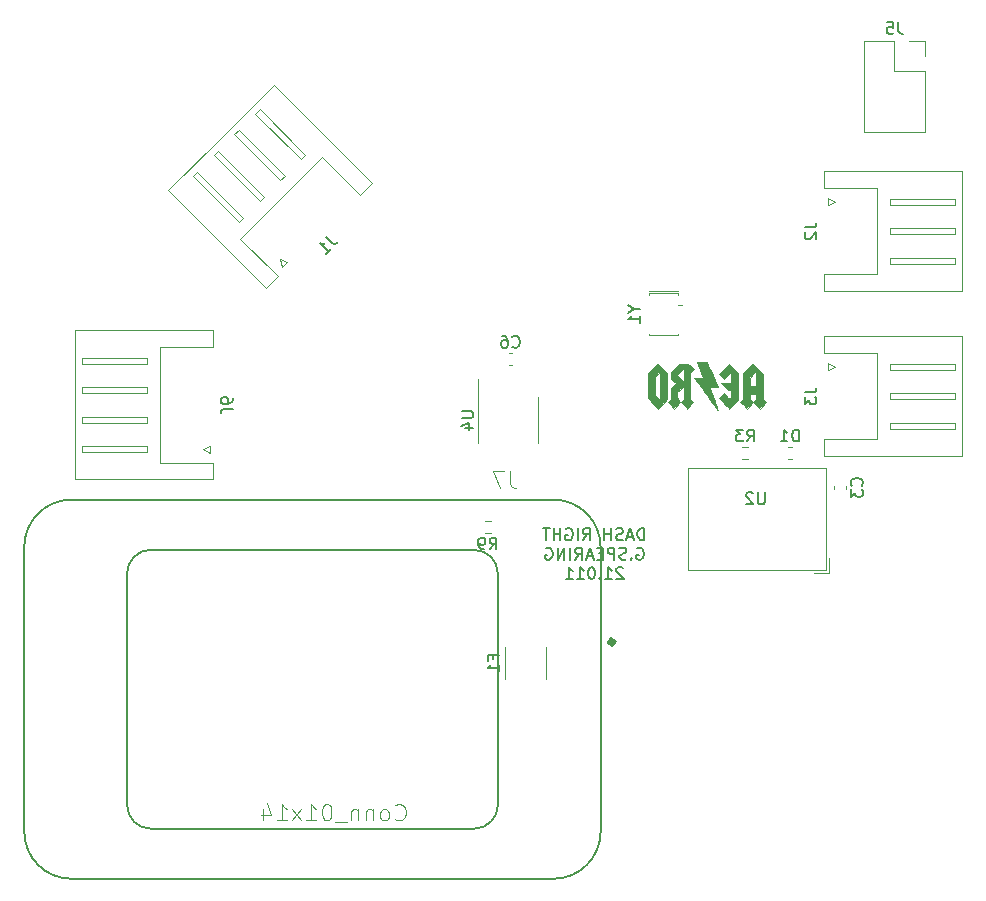
<source format=gbr>
G04 #@! TF.GenerationSoftware,KiCad,Pcbnew,5.1.7-a382d34a8~88~ubuntu18.04.1*
G04 #@! TF.CreationDate,2021-02-25T09:37:14-05:00*
G04 #@! TF.ProjectId,Dash_Right,44617368-5f52-4696-9768-742e6b696361,rev?*
G04 #@! TF.SameCoordinates,Original*
G04 #@! TF.FileFunction,Legend,Bot*
G04 #@! TF.FilePolarity,Positive*
%FSLAX46Y46*%
G04 Gerber Fmt 4.6, Leading zero omitted, Abs format (unit mm)*
G04 Created by KiCad (PCBNEW 5.1.7-a382d34a8~88~ubuntu18.04.1) date 2021-02-25 09:37:14*
%MOMM*%
%LPD*%
G01*
G04 APERTURE LIST*
%ADD10C,0.150000*%
%ADD11C,0.010000*%
%ADD12C,0.500000*%
%ADD13C,0.127000*%
%ADD14C,0.120000*%
%ADD15C,0.050000*%
G04 APERTURE END LIST*
D10*
X179474285Y-98116380D02*
X179474285Y-97116380D01*
X179236190Y-97116380D01*
X179093333Y-97164000D01*
X178998095Y-97259238D01*
X178950476Y-97354476D01*
X178902857Y-97544952D01*
X178902857Y-97687809D01*
X178950476Y-97878285D01*
X178998095Y-97973523D01*
X179093333Y-98068761D01*
X179236190Y-98116380D01*
X179474285Y-98116380D01*
X178521904Y-97830666D02*
X178045714Y-97830666D01*
X178617142Y-98116380D02*
X178283809Y-97116380D01*
X177950476Y-98116380D01*
X177664761Y-98068761D02*
X177521904Y-98116380D01*
X177283809Y-98116380D01*
X177188571Y-98068761D01*
X177140952Y-98021142D01*
X177093333Y-97925904D01*
X177093333Y-97830666D01*
X177140952Y-97735428D01*
X177188571Y-97687809D01*
X177283809Y-97640190D01*
X177474285Y-97592571D01*
X177569523Y-97544952D01*
X177617142Y-97497333D01*
X177664761Y-97402095D01*
X177664761Y-97306857D01*
X177617142Y-97211619D01*
X177569523Y-97164000D01*
X177474285Y-97116380D01*
X177236190Y-97116380D01*
X177093333Y-97164000D01*
X176664761Y-98116380D02*
X176664761Y-97116380D01*
X176664761Y-97592571D02*
X176093333Y-97592571D01*
X176093333Y-98116380D02*
X176093333Y-97116380D01*
X174283809Y-98116380D02*
X174617142Y-97640190D01*
X174855238Y-98116380D02*
X174855238Y-97116380D01*
X174474285Y-97116380D01*
X174379047Y-97164000D01*
X174331428Y-97211619D01*
X174283809Y-97306857D01*
X174283809Y-97449714D01*
X174331428Y-97544952D01*
X174379047Y-97592571D01*
X174474285Y-97640190D01*
X174855238Y-97640190D01*
X173855238Y-98116380D02*
X173855238Y-97116380D01*
X172855238Y-97164000D02*
X172950476Y-97116380D01*
X173093333Y-97116380D01*
X173236190Y-97164000D01*
X173331428Y-97259238D01*
X173379047Y-97354476D01*
X173426666Y-97544952D01*
X173426666Y-97687809D01*
X173379047Y-97878285D01*
X173331428Y-97973523D01*
X173236190Y-98068761D01*
X173093333Y-98116380D01*
X172998095Y-98116380D01*
X172855238Y-98068761D01*
X172807619Y-98021142D01*
X172807619Y-97687809D01*
X172998095Y-97687809D01*
X172379047Y-98116380D02*
X172379047Y-97116380D01*
X172379047Y-97592571D02*
X171807619Y-97592571D01*
X171807619Y-98116380D02*
X171807619Y-97116380D01*
X171474285Y-97116380D02*
X170902857Y-97116380D01*
X171188571Y-98116380D02*
X171188571Y-97116380D01*
X178855238Y-98814000D02*
X178950476Y-98766380D01*
X179093333Y-98766380D01*
X179236190Y-98814000D01*
X179331428Y-98909238D01*
X179379047Y-99004476D01*
X179426666Y-99194952D01*
X179426666Y-99337809D01*
X179379047Y-99528285D01*
X179331428Y-99623523D01*
X179236190Y-99718761D01*
X179093333Y-99766380D01*
X178998095Y-99766380D01*
X178855238Y-99718761D01*
X178807619Y-99671142D01*
X178807619Y-99337809D01*
X178998095Y-99337809D01*
X178379047Y-99671142D02*
X178331428Y-99718761D01*
X178379047Y-99766380D01*
X178426666Y-99718761D01*
X178379047Y-99671142D01*
X178379047Y-99766380D01*
X177950476Y-99718761D02*
X177807619Y-99766380D01*
X177569523Y-99766380D01*
X177474285Y-99718761D01*
X177426666Y-99671142D01*
X177379047Y-99575904D01*
X177379047Y-99480666D01*
X177426666Y-99385428D01*
X177474285Y-99337809D01*
X177569523Y-99290190D01*
X177760000Y-99242571D01*
X177855238Y-99194952D01*
X177902857Y-99147333D01*
X177950476Y-99052095D01*
X177950476Y-98956857D01*
X177902857Y-98861619D01*
X177855238Y-98814000D01*
X177760000Y-98766380D01*
X177521904Y-98766380D01*
X177379047Y-98814000D01*
X176950476Y-99766380D02*
X176950476Y-98766380D01*
X176569523Y-98766380D01*
X176474285Y-98814000D01*
X176426666Y-98861619D01*
X176379047Y-98956857D01*
X176379047Y-99099714D01*
X176426666Y-99194952D01*
X176474285Y-99242571D01*
X176569523Y-99290190D01*
X176950476Y-99290190D01*
X175950476Y-99242571D02*
X175617142Y-99242571D01*
X175474285Y-99766380D02*
X175950476Y-99766380D01*
X175950476Y-98766380D01*
X175474285Y-98766380D01*
X175093333Y-99480666D02*
X174617142Y-99480666D01*
X175188571Y-99766380D02*
X174855238Y-98766380D01*
X174521904Y-99766380D01*
X173617142Y-99766380D02*
X173950476Y-99290190D01*
X174188571Y-99766380D02*
X174188571Y-98766380D01*
X173807619Y-98766380D01*
X173712380Y-98814000D01*
X173664761Y-98861619D01*
X173617142Y-98956857D01*
X173617142Y-99099714D01*
X173664761Y-99194952D01*
X173712380Y-99242571D01*
X173807619Y-99290190D01*
X174188571Y-99290190D01*
X173188571Y-99766380D02*
X173188571Y-98766380D01*
X172712380Y-99766380D02*
X172712380Y-98766380D01*
X172140952Y-99766380D01*
X172140952Y-98766380D01*
X171140952Y-98814000D02*
X171236190Y-98766380D01*
X171379047Y-98766380D01*
X171521904Y-98814000D01*
X171617142Y-98909238D01*
X171664761Y-99004476D01*
X171712380Y-99194952D01*
X171712380Y-99337809D01*
X171664761Y-99528285D01*
X171617142Y-99623523D01*
X171521904Y-99718761D01*
X171379047Y-99766380D01*
X171283809Y-99766380D01*
X171140952Y-99718761D01*
X171093333Y-99671142D01*
X171093333Y-99337809D01*
X171283809Y-99337809D01*
X177688571Y-100511619D02*
X177640952Y-100464000D01*
X177545714Y-100416380D01*
X177307619Y-100416380D01*
X177212380Y-100464000D01*
X177164761Y-100511619D01*
X177117142Y-100606857D01*
X177117142Y-100702095D01*
X177164761Y-100844952D01*
X177736190Y-101416380D01*
X177117142Y-101416380D01*
X176164761Y-101416380D02*
X176736190Y-101416380D01*
X176450476Y-101416380D02*
X176450476Y-100416380D01*
X176545714Y-100559238D01*
X176640952Y-100654476D01*
X176736190Y-100702095D01*
X175736190Y-101321142D02*
X175688571Y-101368761D01*
X175736190Y-101416380D01*
X175783809Y-101368761D01*
X175736190Y-101321142D01*
X175736190Y-101416380D01*
X175069523Y-100416380D02*
X174974285Y-100416380D01*
X174879047Y-100464000D01*
X174831428Y-100511619D01*
X174783809Y-100606857D01*
X174736190Y-100797333D01*
X174736190Y-101035428D01*
X174783809Y-101225904D01*
X174831428Y-101321142D01*
X174879047Y-101368761D01*
X174974285Y-101416380D01*
X175069523Y-101416380D01*
X175164761Y-101368761D01*
X175212380Y-101321142D01*
X175260000Y-101225904D01*
X175307619Y-101035428D01*
X175307619Y-100797333D01*
X175260000Y-100606857D01*
X175212380Y-100511619D01*
X175164761Y-100464000D01*
X175069523Y-100416380D01*
X173783809Y-101416380D02*
X174355238Y-101416380D01*
X174069523Y-101416380D02*
X174069523Y-100416380D01*
X174164761Y-100559238D01*
X174260000Y-100654476D01*
X174355238Y-100702095D01*
X172831428Y-101416380D02*
X173402857Y-101416380D01*
X173117142Y-101416380D02*
X173117142Y-100416380D01*
X173212380Y-100559238D01*
X173307619Y-100654476D01*
X173402857Y-100702095D01*
D11*
G36*
X184190779Y-83715138D02*
G01*
X184430032Y-84367615D01*
X184067941Y-84367615D01*
X183931356Y-84367894D01*
X183835317Y-84369236D01*
X183773767Y-84372399D01*
X183740648Y-84378143D01*
X183729902Y-84387225D01*
X183735471Y-84400403D01*
X183742150Y-84408394D01*
X183760801Y-84432919D01*
X183803904Y-84491574D01*
X183868760Y-84580611D01*
X183952670Y-84696280D01*
X184052939Y-84834830D01*
X184166866Y-84992511D01*
X184291754Y-85165575D01*
X184424906Y-85350270D01*
X184563622Y-85542846D01*
X184705206Y-85739555D01*
X184846959Y-85936645D01*
X184986183Y-86130368D01*
X185120180Y-86316972D01*
X185246252Y-86492708D01*
X185361701Y-86653827D01*
X185463830Y-86796578D01*
X185549939Y-86917211D01*
X185617331Y-87011976D01*
X185663309Y-87077123D01*
X185685173Y-87108903D01*
X185685652Y-87109655D01*
X185683812Y-87097273D01*
X185667983Y-87045011D01*
X185639541Y-86956990D01*
X185599862Y-86837330D01*
X185550324Y-86690151D01*
X185492302Y-86519575D01*
X185427173Y-86329720D01*
X185365239Y-86150454D01*
X185294049Y-85944915D01*
X185227772Y-85753314D01*
X185167925Y-85580054D01*
X185116024Y-85429540D01*
X185073589Y-85306175D01*
X185042135Y-85214363D01*
X185023180Y-85158509D01*
X185018027Y-85142610D01*
X185039981Y-85140511D01*
X185100447Y-85138732D01*
X185191333Y-85137414D01*
X185304545Y-85136696D01*
X185364325Y-85136605D01*
X185710622Y-85136605D01*
X185450354Y-84548211D01*
X185368068Y-84362004D01*
X185279257Y-84160723D01*
X185189488Y-83957005D01*
X185104327Y-83763484D01*
X185029339Y-83592798D01*
X184993576Y-83511238D01*
X184797066Y-83062661D01*
X183951527Y-83062661D01*
X184190779Y-83715138D01*
G37*
X184190779Y-83715138D02*
X184430032Y-84367615D01*
X184067941Y-84367615D01*
X183931356Y-84367894D01*
X183835317Y-84369236D01*
X183773767Y-84372399D01*
X183740648Y-84378143D01*
X183729902Y-84387225D01*
X183735471Y-84400403D01*
X183742150Y-84408394D01*
X183760801Y-84432919D01*
X183803904Y-84491574D01*
X183868760Y-84580611D01*
X183952670Y-84696280D01*
X184052939Y-84834830D01*
X184166866Y-84992511D01*
X184291754Y-85165575D01*
X184424906Y-85350270D01*
X184563622Y-85542846D01*
X184705206Y-85739555D01*
X184846959Y-85936645D01*
X184986183Y-86130368D01*
X185120180Y-86316972D01*
X185246252Y-86492708D01*
X185361701Y-86653827D01*
X185463830Y-86796578D01*
X185549939Y-86917211D01*
X185617331Y-87011976D01*
X185663309Y-87077123D01*
X185685173Y-87108903D01*
X185685652Y-87109655D01*
X185683812Y-87097273D01*
X185667983Y-87045011D01*
X185639541Y-86956990D01*
X185599862Y-86837330D01*
X185550324Y-86690151D01*
X185492302Y-86519575D01*
X185427173Y-86329720D01*
X185365239Y-86150454D01*
X185294049Y-85944915D01*
X185227772Y-85753314D01*
X185167925Y-85580054D01*
X185116024Y-85429540D01*
X185073589Y-85306175D01*
X185042135Y-85214363D01*
X185023180Y-85158509D01*
X185018027Y-85142610D01*
X185039981Y-85140511D01*
X185100447Y-85138732D01*
X185191333Y-85137414D01*
X185304545Y-85136696D01*
X185364325Y-85136605D01*
X185710622Y-85136605D01*
X185450354Y-84548211D01*
X185368068Y-84362004D01*
X185279257Y-84160723D01*
X185189488Y-83957005D01*
X185104327Y-83763484D01*
X185029339Y-83592798D01*
X184993576Y-83511238D01*
X184797066Y-83062661D01*
X183951527Y-83062661D01*
X184190779Y-83715138D01*
G36*
X188262698Y-83581377D02*
G01*
X187860963Y-83983605D01*
X187860963Y-86195415D01*
X187739085Y-86318826D01*
X187617208Y-86442236D01*
X187884980Y-86710008D01*
X188152752Y-86977779D01*
X188687032Y-86441979D01*
X188443532Y-86195415D01*
X188443532Y-85719174D01*
X188956192Y-85719174D01*
X188956192Y-86195415D01*
X188834315Y-86318826D01*
X188712437Y-86442236D01*
X188980209Y-86710008D01*
X189247981Y-86977779D01*
X189782261Y-86441979D01*
X189538761Y-86195415D01*
X189538761Y-85113303D01*
X188956192Y-85113303D01*
X188443532Y-85113303D01*
X188443532Y-84354668D01*
X188698681Y-84087334D01*
X188953831Y-83820000D01*
X188955011Y-84466651D01*
X188956192Y-85113303D01*
X189538761Y-85113303D01*
X189538761Y-84052567D01*
X189101597Y-83615858D01*
X188664434Y-83179149D01*
X188262698Y-83581377D01*
G37*
X188262698Y-83581377D02*
X187860963Y-83983605D01*
X187860963Y-86195415D01*
X187739085Y-86318826D01*
X187617208Y-86442236D01*
X187884980Y-86710008D01*
X188152752Y-86977779D01*
X188687032Y-86441979D01*
X188443532Y-86195415D01*
X188443532Y-85719174D01*
X188956192Y-85719174D01*
X188956192Y-86195415D01*
X188834315Y-86318826D01*
X188712437Y-86442236D01*
X188980209Y-86710008D01*
X189247981Y-86977779D01*
X189782261Y-86441979D01*
X189538761Y-86195415D01*
X189538761Y-85113303D01*
X188956192Y-85113303D01*
X188443532Y-85113303D01*
X188443532Y-84354668D01*
X188698681Y-84087334D01*
X188953831Y-83820000D01*
X188955011Y-84466651D01*
X188956192Y-85113303D01*
X189538761Y-85113303D01*
X189538761Y-84052567D01*
X189101597Y-83615858D01*
X188664434Y-83179149D01*
X188262698Y-83581377D01*
G36*
X186201608Y-83615140D02*
G01*
X185776063Y-84041151D01*
X185996710Y-84262719D01*
X186217356Y-84484287D01*
X186858944Y-83843927D01*
X186858944Y-84812316D01*
X185974008Y-84798716D01*
X186258833Y-85084174D01*
X186543658Y-85369633D01*
X186858944Y-85369633D01*
X186858944Y-86043041D01*
X186775882Y-86106396D01*
X186692820Y-86169750D01*
X186217564Y-85696112D01*
X185797120Y-86116556D01*
X186229776Y-86547039D01*
X186346006Y-86662280D01*
X186451275Y-86765877D01*
X186541130Y-86853512D01*
X186611120Y-86920866D01*
X186656792Y-86963621D01*
X186673568Y-86977523D01*
X186692491Y-86961751D01*
X186739481Y-86917522D01*
X186809781Y-86849462D01*
X186898633Y-86762199D01*
X187001280Y-86660361D01*
X187063108Y-86598596D01*
X187441513Y-86219669D01*
X187441513Y-84008062D01*
X187034333Y-83598596D01*
X186627152Y-83189129D01*
X186201608Y-83615140D01*
G37*
X186201608Y-83615140D02*
X185776063Y-84041151D01*
X185996710Y-84262719D01*
X186217356Y-84484287D01*
X186858944Y-83843927D01*
X186858944Y-84812316D01*
X185974008Y-84798716D01*
X186258833Y-85084174D01*
X186543658Y-85369633D01*
X186858944Y-85369633D01*
X186858944Y-86043041D01*
X186775882Y-86106396D01*
X186692820Y-86169750D01*
X186217564Y-85696112D01*
X185797120Y-86116556D01*
X186229776Y-86547039D01*
X186346006Y-86662280D01*
X186451275Y-86765877D01*
X186541130Y-86853512D01*
X186611120Y-86920866D01*
X186656792Y-86963621D01*
X186673568Y-86977523D01*
X186692491Y-86961751D01*
X186739481Y-86917522D01*
X186809781Y-86849462D01*
X186898633Y-86762199D01*
X187001280Y-86660361D01*
X187063108Y-86598596D01*
X187441513Y-86219669D01*
X187441513Y-84008062D01*
X187034333Y-83598596D01*
X186627152Y-83189129D01*
X186201608Y-83615140D01*
G36*
X181732339Y-83843886D02*
G01*
X181732339Y-84448252D01*
X182139191Y-84856998D01*
X181924114Y-85072974D01*
X181709036Y-85288949D01*
X181709036Y-86195415D01*
X181587159Y-86318826D01*
X181465281Y-86442236D01*
X181733053Y-86710008D01*
X182000825Y-86977779D01*
X182523535Y-86453211D01*
X182293623Y-86196881D01*
X182292614Y-85893547D01*
X182291605Y-85590214D01*
X182547935Y-85334679D01*
X182804266Y-85079143D01*
X182804266Y-86221935D01*
X182687495Y-86336951D01*
X182570724Y-86451966D01*
X182832757Y-86714744D01*
X182922591Y-86803933D01*
X183001075Y-86880151D01*
X183062318Y-86937811D01*
X183100424Y-86971323D01*
X183109856Y-86977523D01*
X183130267Y-86961520D01*
X183176859Y-86917324D01*
X183243844Y-86850657D01*
X183325434Y-86767241D01*
X183379949Y-86710528D01*
X183634977Y-86443533D01*
X183510906Y-86321003D01*
X183386834Y-86198473D01*
X183386834Y-84775184D01*
X182850871Y-84775184D01*
X182553875Y-84478188D01*
X182256879Y-84181193D01*
X182850871Y-83587201D01*
X182850871Y-84775184D01*
X183386834Y-84775184D01*
X183386834Y-83914562D01*
X183520241Y-83779749D01*
X183653648Y-83644935D01*
X183421642Y-83412055D01*
X183189635Y-83179174D01*
X182395865Y-83179174D01*
X181732339Y-83843886D01*
G37*
X181732339Y-83843886D02*
X181732339Y-84448252D01*
X182139191Y-84856998D01*
X181924114Y-85072974D01*
X181709036Y-85288949D01*
X181709036Y-86195415D01*
X181587159Y-86318826D01*
X181465281Y-86442236D01*
X181733053Y-86710008D01*
X182000825Y-86977779D01*
X182523535Y-86453211D01*
X182293623Y-86196881D01*
X182292614Y-85893547D01*
X182291605Y-85590214D01*
X182547935Y-85334679D01*
X182804266Y-85079143D01*
X182804266Y-86221935D01*
X182687495Y-86336951D01*
X182570724Y-86451966D01*
X182832757Y-86714744D01*
X182922591Y-86803933D01*
X183001075Y-86880151D01*
X183062318Y-86937811D01*
X183100424Y-86971323D01*
X183109856Y-86977523D01*
X183130267Y-86961520D01*
X183176859Y-86917324D01*
X183243844Y-86850657D01*
X183325434Y-86767241D01*
X183379949Y-86710528D01*
X183634977Y-86443533D01*
X183510906Y-86321003D01*
X183386834Y-86198473D01*
X183386834Y-84775184D01*
X182850871Y-84775184D01*
X182553875Y-84478188D01*
X182256879Y-84181193D01*
X182850871Y-83587201D01*
X182850871Y-84775184D01*
X183386834Y-84775184D01*
X183386834Y-83914562D01*
X183520241Y-83779749D01*
X183653648Y-83644935D01*
X183421642Y-83412055D01*
X183189635Y-83179174D01*
X182395865Y-83179174D01*
X181732339Y-83843886D01*
G36*
X180194354Y-83586976D02*
G01*
X179774908Y-84005936D01*
X179774908Y-86104130D01*
X180649242Y-86977556D01*
X181039323Y-86586968D01*
X181429403Y-86196381D01*
X181429403Y-86008240D01*
X180846834Y-86008240D01*
X180772027Y-86085422D01*
X180697219Y-86162604D01*
X180538999Y-86005597D01*
X180380779Y-85848589D01*
X180380779Y-84285181D01*
X180613807Y-84053027D01*
X180846834Y-83820874D01*
X180846834Y-86008240D01*
X181429403Y-86008240D01*
X181429403Y-83982620D01*
X181021602Y-83575318D01*
X180613800Y-83168015D01*
X180194354Y-83586976D01*
G37*
X180194354Y-83586976D02*
X179774908Y-84005936D01*
X179774908Y-86104130D01*
X180649242Y-86977556D01*
X181039323Y-86586968D01*
X181429403Y-86196381D01*
X181429403Y-86008240D01*
X180846834Y-86008240D01*
X180772027Y-86085422D01*
X180697219Y-86162604D01*
X180538999Y-86005597D01*
X180380779Y-85848589D01*
X180380779Y-84285181D01*
X180613807Y-84053027D01*
X180846834Y-83820874D01*
X180846834Y-86008240D01*
X181429403Y-86008240D01*
X181429403Y-83982620D01*
X181021602Y-83575318D01*
X180613800Y-83168015D01*
X180194354Y-83586976D01*
D12*
X176892000Y-106744000D02*
G75*
G03*
X176892000Y-106744000I-175000J0D01*
G01*
D13*
X126984000Y-98694000D02*
X126984000Y-122794000D01*
X171784000Y-94694000D02*
X130984000Y-94694000D01*
X175784000Y-122794000D02*
X175784000Y-98694000D01*
X130984000Y-126794000D02*
X171784000Y-126794000D01*
X137684000Y-122544000D02*
X165084000Y-122544000D01*
X135684000Y-100944000D02*
X135684000Y-120544000D01*
X165084000Y-98944000D02*
X137684000Y-98944000D01*
X167084000Y-120544000D02*
X167084000Y-100944000D01*
X126984000Y-122794000D02*
G75*
G03*
X130984000Y-126794000I4000000J0D01*
G01*
X130984000Y-94694000D02*
G75*
G03*
X126984000Y-98694000I0J-4000000D01*
G01*
X175784000Y-98694000D02*
G75*
G03*
X171784000Y-94694000I-4000000J0D01*
G01*
X171784000Y-126794000D02*
G75*
G03*
X175784000Y-122794000I0J4000000D01*
G01*
X165084000Y-122544000D02*
G75*
G03*
X167084000Y-120544000I0J2000000D01*
G01*
X135684000Y-120544000D02*
G75*
G03*
X137684000Y-122544000I2000000J0D01*
G01*
X137684000Y-98944000D02*
G75*
G03*
X135684000Y-100944000I0J-2000000D01*
G01*
X167084000Y-100944000D02*
G75*
G03*
X165084000Y-98944000I-2000000J0D01*
G01*
D14*
X203260000Y-55820000D02*
X201930000Y-55820000D01*
X203260000Y-57150000D02*
X203260000Y-55820000D01*
X200660000Y-55820000D02*
X198060000Y-55820000D01*
X200660000Y-58420000D02*
X200660000Y-55820000D01*
X203260000Y-58420000D02*
X200660000Y-58420000D01*
X198060000Y-55820000D02*
X198060000Y-63560000D01*
X203260000Y-58420000D02*
X203260000Y-63560000D01*
X203260000Y-63560000D02*
X198060000Y-63560000D01*
X165397500Y-87947500D02*
X165397500Y-84497500D01*
X165397500Y-87947500D02*
X165397500Y-89897500D01*
X170517500Y-87947500D02*
X170517500Y-85997500D01*
X170517500Y-87947500D02*
X170517500Y-89897500D01*
X179902000Y-80794000D02*
X179902000Y-80644000D01*
X182302000Y-80794000D02*
X182302000Y-80644000D01*
X182302000Y-78244000D02*
X182302000Y-78194000D01*
X182302000Y-77194000D02*
X182302000Y-77344000D01*
X179902000Y-77194000D02*
X179902000Y-77344000D01*
X181902000Y-76994000D02*
X182302000Y-76994000D01*
X181902000Y-77194000D02*
X182302000Y-77194000D01*
X181902000Y-80794000D02*
X182302000Y-80794000D01*
X179902000Y-76994000D02*
X181902000Y-76994000D01*
X182302000Y-78244000D02*
X182702000Y-78244000D01*
X181902000Y-77194000D02*
X179902000Y-77194000D01*
X179902000Y-80794000D02*
X181902000Y-80794000D01*
X195127000Y-100915500D02*
X193887000Y-100915500D01*
X195127000Y-99675500D02*
X195127000Y-100915500D01*
X183166000Y-92055500D02*
X183166000Y-100675500D01*
X194887000Y-92055500D02*
X194887000Y-100675500D01*
X194887000Y-100675500D02*
X183166000Y-100675500D01*
X194887000Y-92055500D02*
X183166000Y-92055500D01*
X165964776Y-96505500D02*
X166474224Y-96505500D01*
X165964776Y-97550500D02*
X166474224Y-97550500D01*
X188278224Y-91264000D02*
X187768776Y-91264000D01*
X188278224Y-90219000D02*
X187768776Y-90219000D01*
X142689000Y-90124000D02*
X142089000Y-90424000D01*
X142689000Y-90724000D02*
X142689000Y-90124000D01*
X142089000Y-90424000D02*
X142689000Y-90724000D01*
X137389000Y-82674000D02*
X137389000Y-83174000D01*
X131889000Y-82674000D02*
X137389000Y-82674000D01*
X131889000Y-83174000D02*
X131889000Y-82674000D01*
X137389000Y-83174000D02*
X131889000Y-83174000D01*
X137389000Y-85174000D02*
X137389000Y-85674000D01*
X131889000Y-85174000D02*
X137389000Y-85174000D01*
X131889000Y-85674000D02*
X131889000Y-85174000D01*
X137389000Y-85674000D02*
X131889000Y-85674000D01*
X137389000Y-87674000D02*
X137389000Y-88174000D01*
X131889000Y-87674000D02*
X137389000Y-87674000D01*
X131889000Y-88174000D02*
X131889000Y-87674000D01*
X137389000Y-88174000D02*
X131889000Y-88174000D01*
X137389000Y-90174000D02*
X137389000Y-90674000D01*
X131889000Y-90174000D02*
X137389000Y-90174000D01*
X131889000Y-90674000D02*
X131889000Y-90174000D01*
X137389000Y-90674000D02*
X131889000Y-90674000D01*
X138499000Y-81784000D02*
X138499000Y-86674000D01*
X142999000Y-81784000D02*
X138499000Y-81784000D01*
X142999000Y-80364000D02*
X142999000Y-81784000D01*
X131279000Y-80364000D02*
X142999000Y-80364000D01*
X131279000Y-86674000D02*
X131279000Y-80364000D01*
X138499000Y-91564000D02*
X138499000Y-86674000D01*
X142999000Y-91564000D02*
X138499000Y-91564000D01*
X142999000Y-92984000D02*
X142999000Y-91564000D01*
X131279000Y-92984000D02*
X142999000Y-92984000D01*
X131279000Y-86674000D02*
X131279000Y-92984000D01*
X195004000Y-83739000D02*
X195604000Y-83439000D01*
X195004000Y-83139000D02*
X195004000Y-83739000D01*
X195604000Y-83439000D02*
X195004000Y-83139000D01*
X200304000Y-88689000D02*
X200304000Y-88189000D01*
X205804000Y-88689000D02*
X200304000Y-88689000D01*
X205804000Y-88189000D02*
X205804000Y-88689000D01*
X200304000Y-88189000D02*
X205804000Y-88189000D01*
X200304000Y-86189000D02*
X200304000Y-85689000D01*
X205804000Y-86189000D02*
X200304000Y-86189000D01*
X205804000Y-85689000D02*
X205804000Y-86189000D01*
X200304000Y-85689000D02*
X205804000Y-85689000D01*
X200304000Y-83689000D02*
X200304000Y-83189000D01*
X205804000Y-83689000D02*
X200304000Y-83689000D01*
X205804000Y-83189000D02*
X205804000Y-83689000D01*
X200304000Y-83189000D02*
X205804000Y-83189000D01*
X199194000Y-89579000D02*
X199194000Y-85939000D01*
X194694000Y-89579000D02*
X199194000Y-89579000D01*
X194694000Y-90999000D02*
X194694000Y-89579000D01*
X206414000Y-90999000D02*
X194694000Y-90999000D01*
X206414000Y-85939000D02*
X206414000Y-90999000D01*
X199194000Y-82299000D02*
X199194000Y-85939000D01*
X194694000Y-82299000D02*
X199194000Y-82299000D01*
X194694000Y-80879000D02*
X194694000Y-82299000D01*
X206414000Y-80879000D02*
X194694000Y-80879000D01*
X206414000Y-85939000D02*
X206414000Y-80879000D01*
X195004000Y-69769000D02*
X195604000Y-69469000D01*
X195004000Y-69169000D02*
X195004000Y-69769000D01*
X195604000Y-69469000D02*
X195004000Y-69169000D01*
X200304000Y-74719000D02*
X200304000Y-74219000D01*
X205804000Y-74719000D02*
X200304000Y-74719000D01*
X205804000Y-74219000D02*
X205804000Y-74719000D01*
X200304000Y-74219000D02*
X205804000Y-74219000D01*
X200304000Y-72219000D02*
X200304000Y-71719000D01*
X205804000Y-72219000D02*
X200304000Y-72219000D01*
X205804000Y-71719000D02*
X205804000Y-72219000D01*
X200304000Y-71719000D02*
X205804000Y-71719000D01*
X200304000Y-69719000D02*
X200304000Y-69219000D01*
X205804000Y-69719000D02*
X200304000Y-69719000D01*
X205804000Y-69219000D02*
X205804000Y-69719000D01*
X200304000Y-69219000D02*
X205804000Y-69219000D01*
X199194000Y-75609000D02*
X199194000Y-71969000D01*
X194694000Y-75609000D02*
X199194000Y-75609000D01*
X194694000Y-77029000D02*
X194694000Y-75609000D01*
X206414000Y-77029000D02*
X194694000Y-77029000D01*
X206414000Y-71969000D02*
X206414000Y-77029000D01*
X199194000Y-68329000D02*
X199194000Y-71969000D01*
X194694000Y-68329000D02*
X199194000Y-68329000D01*
X194694000Y-66909000D02*
X194694000Y-68329000D01*
X206414000Y-66909000D02*
X194694000Y-66909000D01*
X206414000Y-71969000D02*
X206414000Y-66909000D01*
X149271056Y-74551792D02*
X148634660Y-74339660D01*
X148846792Y-74976056D02*
X149271056Y-74551792D01*
X148634660Y-74339660D02*
X148846792Y-74976056D01*
X150791336Y-65536181D02*
X150437782Y-65889734D01*
X146902249Y-61647093D02*
X150791336Y-65536181D01*
X146548695Y-62000647D02*
X146902249Y-61647093D01*
X150437782Y-65889734D02*
X146548695Y-62000647D01*
X149023569Y-67303948D02*
X148670016Y-67657501D01*
X145134482Y-63414860D02*
X149023569Y-67303948D01*
X144780928Y-63768414D02*
X145134482Y-63414860D01*
X148670016Y-67657501D02*
X144780928Y-63768414D01*
X147255802Y-69071715D02*
X146902249Y-69425268D01*
X143366715Y-65182627D02*
X147255802Y-69071715D01*
X143013161Y-65536181D02*
X143366715Y-65182627D01*
X146902249Y-69425268D02*
X143013161Y-65536181D01*
X145488035Y-70839482D02*
X145134482Y-71193035D01*
X141598948Y-66950394D02*
X145488035Y-70839482D01*
X141245394Y-67303948D02*
X141598948Y-66950394D01*
X145134482Y-71193035D02*
X141245394Y-67303948D01*
X152205549Y-65691744D02*
X148747797Y-69149496D01*
X155387530Y-68873725D02*
X152205549Y-65691744D01*
X156391622Y-67869633D02*
X155387530Y-68873725D01*
X148104330Y-59582342D02*
X156391622Y-67869633D01*
X143642486Y-64044185D02*
X148104330Y-59582342D01*
X145290045Y-72607249D02*
X148747797Y-69149496D01*
X148472026Y-75789229D02*
X145290045Y-72607249D01*
X147467934Y-76793321D02*
X148472026Y-75789229D01*
X139180643Y-68506029D02*
X147467934Y-76793321D01*
X143642486Y-64044185D02*
X139180643Y-68506029D01*
X171128000Y-107132748D02*
X171128000Y-109905252D01*
X167708000Y-107132748D02*
X167708000Y-109905252D01*
X191990767Y-91251500D02*
X191648233Y-91251500D01*
X191990767Y-90231500D02*
X191648233Y-90231500D01*
X168294267Y-83314000D02*
X168001733Y-83314000D01*
X168294267Y-82294000D02*
X168001733Y-82294000D01*
X195578000Y-93808767D02*
X195578000Y-93516233D01*
X196598000Y-93808767D02*
X196598000Y-93516233D01*
D15*
X168121893Y-92307532D02*
X168121893Y-93308446D01*
X168188620Y-93508629D01*
X168322076Y-93642084D01*
X168522259Y-93708812D01*
X168655714Y-93708812D01*
X167588072Y-92307532D02*
X166653885Y-92307532D01*
X167254434Y-93708812D01*
X158398323Y-121721785D02*
X158465028Y-121788490D01*
X158665142Y-121855195D01*
X158798552Y-121855195D01*
X158998666Y-121788490D01*
X159132076Y-121655080D01*
X159198780Y-121521671D01*
X159265485Y-121254852D01*
X159265485Y-121054738D01*
X159198780Y-120787919D01*
X159132076Y-120654509D01*
X158998666Y-120521100D01*
X158798552Y-120454395D01*
X158665142Y-120454395D01*
X158465028Y-120521100D01*
X158398323Y-120587804D01*
X157597866Y-121855195D02*
X157731276Y-121788490D01*
X157797980Y-121721785D01*
X157864685Y-121588376D01*
X157864685Y-121188147D01*
X157797980Y-121054738D01*
X157731276Y-120988033D01*
X157597866Y-120921328D01*
X157397752Y-120921328D01*
X157264342Y-120988033D01*
X157197638Y-121054738D01*
X157130933Y-121188147D01*
X157130933Y-121588376D01*
X157197638Y-121721785D01*
X157264342Y-121788490D01*
X157397752Y-121855195D01*
X157597866Y-121855195D01*
X156530590Y-120921328D02*
X156530590Y-121855195D01*
X156530590Y-121054738D02*
X156463885Y-120988033D01*
X156330476Y-120921328D01*
X156130361Y-120921328D01*
X155996952Y-120988033D01*
X155930247Y-121121442D01*
X155930247Y-121855195D01*
X155263200Y-120921328D02*
X155263200Y-121855195D01*
X155263200Y-121054738D02*
X155196495Y-120988033D01*
X155063085Y-120921328D01*
X154862971Y-120921328D01*
X154729561Y-120988033D01*
X154662857Y-121121442D01*
X154662857Y-121855195D01*
X154329333Y-121988604D02*
X153262057Y-121988604D01*
X152661714Y-120454395D02*
X152528304Y-120454395D01*
X152394895Y-120521100D01*
X152328190Y-120587804D01*
X152261485Y-120721214D01*
X152194780Y-120988033D01*
X152194780Y-121321557D01*
X152261485Y-121588376D01*
X152328190Y-121721785D01*
X152394895Y-121788490D01*
X152528304Y-121855195D01*
X152661714Y-121855195D01*
X152795123Y-121788490D01*
X152861828Y-121721785D01*
X152928533Y-121588376D01*
X152995238Y-121321557D01*
X152995238Y-120988033D01*
X152928533Y-120721214D01*
X152861828Y-120587804D01*
X152795123Y-120521100D01*
X152661714Y-120454395D01*
X150860685Y-121855195D02*
X151661142Y-121855195D01*
X151260914Y-121855195D02*
X151260914Y-120454395D01*
X151394323Y-120654509D01*
X151527733Y-120787919D01*
X151661142Y-120854623D01*
X150393752Y-121855195D02*
X149660000Y-120921328D01*
X150393752Y-120921328D02*
X149660000Y-121855195D01*
X148392609Y-121855195D02*
X149193066Y-121855195D01*
X148792838Y-121855195D02*
X148792838Y-120454395D01*
X148926247Y-120654509D01*
X149059657Y-120787919D01*
X149193066Y-120854623D01*
X147191923Y-120921328D02*
X147191923Y-121855195D01*
X147525447Y-120387690D02*
X147858971Y-121388261D01*
X146991809Y-121388261D01*
D10*
X200993333Y-54272380D02*
X200993333Y-54986666D01*
X201040952Y-55129523D01*
X201136190Y-55224761D01*
X201279047Y-55272380D01*
X201374285Y-55272380D01*
X200040952Y-54272380D02*
X200517142Y-54272380D01*
X200564761Y-54748571D01*
X200517142Y-54700952D01*
X200421904Y-54653333D01*
X200183809Y-54653333D01*
X200088571Y-54700952D01*
X200040952Y-54748571D01*
X199993333Y-54843809D01*
X199993333Y-55081904D01*
X200040952Y-55177142D01*
X200088571Y-55224761D01*
X200183809Y-55272380D01*
X200421904Y-55272380D01*
X200517142Y-55224761D01*
X200564761Y-55177142D01*
X164009880Y-87185595D02*
X164819404Y-87185595D01*
X164914642Y-87233214D01*
X164962261Y-87280833D01*
X165009880Y-87376071D01*
X165009880Y-87566547D01*
X164962261Y-87661785D01*
X164914642Y-87709404D01*
X164819404Y-87757023D01*
X164009880Y-87757023D01*
X164343214Y-88661785D02*
X165009880Y-88661785D01*
X163962261Y-88423690D02*
X164676547Y-88185595D01*
X164676547Y-88804642D01*
X178628190Y-78517809D02*
X179104380Y-78517809D01*
X178104380Y-78184476D02*
X178628190Y-78517809D01*
X178104380Y-78851142D01*
X179104380Y-79708285D02*
X179104380Y-79136857D01*
X179104380Y-79422571D02*
X178104380Y-79422571D01*
X178247238Y-79327333D01*
X178342476Y-79232095D01*
X178390095Y-79136857D01*
X189674404Y-94067380D02*
X189674404Y-94876904D01*
X189626785Y-94972142D01*
X189579166Y-95019761D01*
X189483928Y-95067380D01*
X189293452Y-95067380D01*
X189198214Y-95019761D01*
X189150595Y-94972142D01*
X189102976Y-94876904D01*
X189102976Y-94067380D01*
X188674404Y-94162619D02*
X188626785Y-94115000D01*
X188531547Y-94067380D01*
X188293452Y-94067380D01*
X188198214Y-94115000D01*
X188150595Y-94162619D01*
X188102976Y-94257857D01*
X188102976Y-94353095D01*
X188150595Y-94495952D01*
X188722023Y-95067380D01*
X188102976Y-95067380D01*
X166386166Y-98910380D02*
X166719500Y-98434190D01*
X166957595Y-98910380D02*
X166957595Y-97910380D01*
X166576642Y-97910380D01*
X166481404Y-97958000D01*
X166433785Y-98005619D01*
X166386166Y-98100857D01*
X166386166Y-98243714D01*
X166433785Y-98338952D01*
X166481404Y-98386571D01*
X166576642Y-98434190D01*
X166957595Y-98434190D01*
X165909976Y-98910380D02*
X165719500Y-98910380D01*
X165624261Y-98862761D01*
X165576642Y-98815142D01*
X165481404Y-98672285D01*
X165433785Y-98481809D01*
X165433785Y-98100857D01*
X165481404Y-98005619D01*
X165529023Y-97958000D01*
X165624261Y-97910380D01*
X165814738Y-97910380D01*
X165909976Y-97958000D01*
X165957595Y-98005619D01*
X166005214Y-98100857D01*
X166005214Y-98338952D01*
X165957595Y-98434190D01*
X165909976Y-98481809D01*
X165814738Y-98529428D01*
X165624261Y-98529428D01*
X165529023Y-98481809D01*
X165481404Y-98434190D01*
X165433785Y-98338952D01*
X188190166Y-89763880D02*
X188523500Y-89287690D01*
X188761595Y-89763880D02*
X188761595Y-88763880D01*
X188380642Y-88763880D01*
X188285404Y-88811500D01*
X188237785Y-88859119D01*
X188190166Y-88954357D01*
X188190166Y-89097214D01*
X188237785Y-89192452D01*
X188285404Y-89240071D01*
X188380642Y-89287690D01*
X188761595Y-89287690D01*
X187856833Y-88763880D02*
X187237785Y-88763880D01*
X187571119Y-89144833D01*
X187428261Y-89144833D01*
X187333023Y-89192452D01*
X187285404Y-89240071D01*
X187237785Y-89335309D01*
X187237785Y-89573404D01*
X187285404Y-89668642D01*
X187333023Y-89716261D01*
X187428261Y-89763880D01*
X187713976Y-89763880D01*
X187809214Y-89716261D01*
X187856833Y-89668642D01*
X144636619Y-87007333D02*
X143922333Y-87007333D01*
X143779476Y-87054952D01*
X143684238Y-87150190D01*
X143636619Y-87293047D01*
X143636619Y-87388285D01*
X144636619Y-86102571D02*
X144636619Y-86293047D01*
X144589000Y-86388285D01*
X144541380Y-86435904D01*
X144398523Y-86531142D01*
X144208047Y-86578761D01*
X143827095Y-86578761D01*
X143731857Y-86531142D01*
X143684238Y-86483523D01*
X143636619Y-86388285D01*
X143636619Y-86197809D01*
X143684238Y-86102571D01*
X143731857Y-86054952D01*
X143827095Y-86007333D01*
X144065190Y-86007333D01*
X144160428Y-86054952D01*
X144208047Y-86102571D01*
X144255666Y-86197809D01*
X144255666Y-86388285D01*
X144208047Y-86483523D01*
X144160428Y-86531142D01*
X144065190Y-86578761D01*
X193056380Y-85605666D02*
X193770666Y-85605666D01*
X193913523Y-85558047D01*
X194008761Y-85462809D01*
X194056380Y-85319952D01*
X194056380Y-85224714D01*
X193056380Y-85986619D02*
X193056380Y-86605666D01*
X193437333Y-86272333D01*
X193437333Y-86415190D01*
X193484952Y-86510428D01*
X193532571Y-86558047D01*
X193627809Y-86605666D01*
X193865904Y-86605666D01*
X193961142Y-86558047D01*
X194008761Y-86510428D01*
X194056380Y-86415190D01*
X194056380Y-86129476D01*
X194008761Y-86034238D01*
X193961142Y-85986619D01*
X193056380Y-71635666D02*
X193770666Y-71635666D01*
X193913523Y-71588047D01*
X194008761Y-71492809D01*
X194056380Y-71349952D01*
X194056380Y-71254714D01*
X193151619Y-72064238D02*
X193104000Y-72111857D01*
X193056380Y-72207095D01*
X193056380Y-72445190D01*
X193104000Y-72540428D01*
X193151619Y-72588047D01*
X193246857Y-72635666D01*
X193342095Y-72635666D01*
X193484952Y-72588047D01*
X194056380Y-72016619D01*
X194056380Y-72635666D01*
X152549001Y-72479295D02*
X153054077Y-72984371D01*
X153188764Y-73051715D01*
X153323451Y-73051715D01*
X153458138Y-72984371D01*
X153525481Y-72917028D01*
X152549001Y-73893509D02*
X152953062Y-73489448D01*
X152751031Y-73691478D02*
X152043924Y-72984371D01*
X152212283Y-73018043D01*
X152346970Y-73018043D01*
X152447985Y-72984371D01*
X166696571Y-108185666D02*
X166696571Y-107852333D01*
X167220380Y-107852333D02*
X166220380Y-107852333D01*
X166220380Y-108328523D01*
X167220380Y-109233285D02*
X167220380Y-108661857D01*
X167220380Y-108947571D02*
X166220380Y-108947571D01*
X166363238Y-108852333D01*
X166458476Y-108757095D01*
X166506095Y-108661857D01*
X192557595Y-89763880D02*
X192557595Y-88763880D01*
X192319500Y-88763880D01*
X192176642Y-88811500D01*
X192081404Y-88906738D01*
X192033785Y-89001976D01*
X191986166Y-89192452D01*
X191986166Y-89335309D01*
X192033785Y-89525785D01*
X192081404Y-89621023D01*
X192176642Y-89716261D01*
X192319500Y-89763880D01*
X192557595Y-89763880D01*
X191033785Y-89763880D02*
X191605214Y-89763880D01*
X191319500Y-89763880D02*
X191319500Y-88763880D01*
X191414738Y-88906738D01*
X191509976Y-89001976D01*
X191605214Y-89049595D01*
X168314666Y-81731142D02*
X168362285Y-81778761D01*
X168505142Y-81826380D01*
X168600380Y-81826380D01*
X168743238Y-81778761D01*
X168838476Y-81683523D01*
X168886095Y-81588285D01*
X168933714Y-81397809D01*
X168933714Y-81254952D01*
X168886095Y-81064476D01*
X168838476Y-80969238D01*
X168743238Y-80874000D01*
X168600380Y-80826380D01*
X168505142Y-80826380D01*
X168362285Y-80874000D01*
X168314666Y-80921619D01*
X167457523Y-80826380D02*
X167648000Y-80826380D01*
X167743238Y-80874000D01*
X167790857Y-80921619D01*
X167886095Y-81064476D01*
X167933714Y-81254952D01*
X167933714Y-81635904D01*
X167886095Y-81731142D01*
X167838476Y-81778761D01*
X167743238Y-81826380D01*
X167552761Y-81826380D01*
X167457523Y-81778761D01*
X167409904Y-81731142D01*
X167362285Y-81635904D01*
X167362285Y-81397809D01*
X167409904Y-81302571D01*
X167457523Y-81254952D01*
X167552761Y-81207333D01*
X167743238Y-81207333D01*
X167838476Y-81254952D01*
X167886095Y-81302571D01*
X167933714Y-81397809D01*
X197875142Y-93495833D02*
X197922761Y-93448214D01*
X197970380Y-93305357D01*
X197970380Y-93210119D01*
X197922761Y-93067261D01*
X197827523Y-92972023D01*
X197732285Y-92924404D01*
X197541809Y-92876785D01*
X197398952Y-92876785D01*
X197208476Y-92924404D01*
X197113238Y-92972023D01*
X197018000Y-93067261D01*
X196970380Y-93210119D01*
X196970380Y-93305357D01*
X197018000Y-93448214D01*
X197065619Y-93495833D01*
X196970380Y-93829166D02*
X196970380Y-94448214D01*
X197351333Y-94114880D01*
X197351333Y-94257738D01*
X197398952Y-94352976D01*
X197446571Y-94400595D01*
X197541809Y-94448214D01*
X197779904Y-94448214D01*
X197875142Y-94400595D01*
X197922761Y-94352976D01*
X197970380Y-94257738D01*
X197970380Y-93972023D01*
X197922761Y-93876785D01*
X197875142Y-93829166D01*
M02*

</source>
